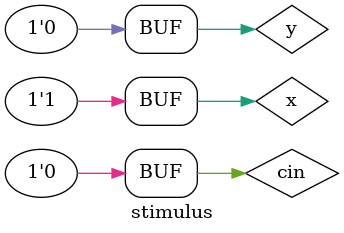
<source format=v>
`timescale 1ns / 1ps
module stimulus;
	// Inputs
	reg cin;
	reg x;
	reg y;
	
	// Outputs
	wire z;
	wire cout;
	// Instantiate the Unit Under Test (UUT)
	add_1bit uut (
		cin,
		x, 
		y, 
		cout,
		z
	);
 
	initial begin
	$dumpfile("test.vcd");
    $dumpvars(0,stimulus);
		// Initialize Inputs
		cin = 0;
		x = 0;
		y = 0;

	#20 x = 1;
	#20 y = 1;
	#20 y = 0;	
	#20 x = 1;	  
	#40 ;
 
	end  
 
		initial begin
		 $monitor("t=%4d cin=%d,cout=%d,x=%d,y=%d,z=%d \n",$time,cin,cout,x,y,z, );
		 end
 
endmodule
 
 

</source>
